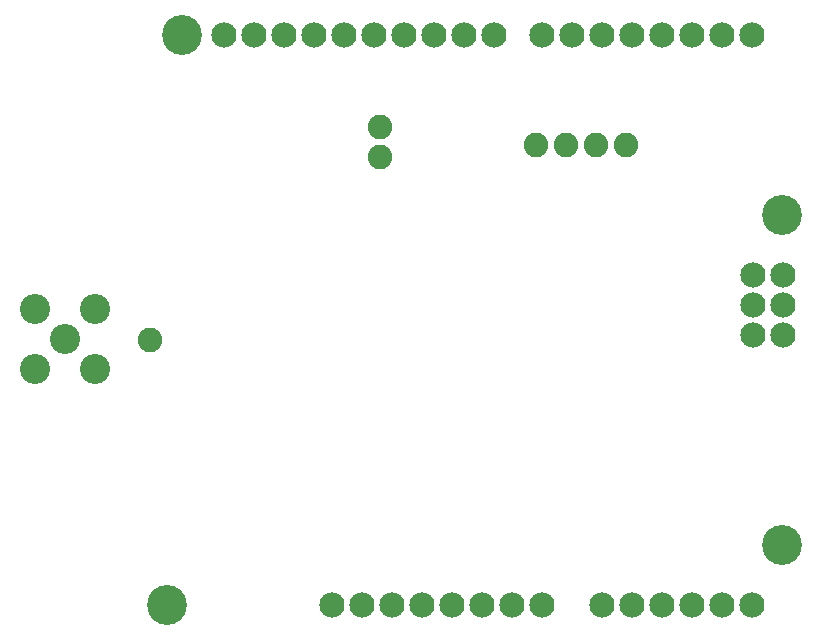
<source format=gbr>
%TF.GenerationSoftware,KiCad,Pcbnew,(5.1.9)-1*%
%TF.CreationDate,2021-01-06T17:38:29+00:00*%
%TF.ProjectId,RFMduino,52464d64-7569-46e6-9f2e-6b696361645f,rev?*%
%TF.SameCoordinates,Original*%
%TF.FileFunction,Soldermask,Bot*%
%TF.FilePolarity,Negative*%
%FSLAX46Y46*%
G04 Gerber Fmt 4.6, Leading zero omitted, Abs format (unit mm)*
G04 Created by KiCad (PCBNEW (5.1.9)-1) date 2021-01-06 17:38:29*
%MOMM*%
%LPD*%
G01*
G04 APERTURE LIST*
%ADD10C,2.082800*%
%ADD11C,2.550000*%
%ADD12C,2.133600*%
%ADD13C,3.378200*%
G04 APERTURE END LIST*
D10*
%TO.C,J1*%
X151500000Y-70000000D03*
X151500000Y-67460000D03*
%TD*%
%TO.C,J2*%
X172310000Y-69000000D03*
X169770000Y-69000000D03*
X167230000Y-69000000D03*
X164690000Y-69000000D03*
%TD*%
%TO.C,J3*%
X132000000Y-85500000D03*
%TD*%
D11*
%TO.C,J4*%
X124810000Y-85455000D03*
X122261000Y-88005000D03*
X127360000Y-88005000D03*
X127360000Y-82905000D03*
X122261000Y-82905000D03*
%TD*%
D12*
%TO.C,B1*%
X155040000Y-107930000D03*
X157580000Y-107930000D03*
X170280000Y-107930000D03*
X172820000Y-107930000D03*
X175360000Y-107930000D03*
X177900000Y-107930000D03*
X180440000Y-107930000D03*
X182980000Y-107930000D03*
X143356000Y-59670000D03*
X182980000Y-59670000D03*
X180440000Y-59670000D03*
X177900000Y-59670000D03*
X175360000Y-59670000D03*
X172820000Y-59670000D03*
X170280000Y-59670000D03*
X167740000Y-59670000D03*
X165200000Y-59670000D03*
X161136000Y-59670000D03*
X158596000Y-59670000D03*
X156056000Y-59670000D03*
X153516000Y-59670000D03*
X150976000Y-59670000D03*
X148436000Y-59670000D03*
X160120000Y-107930000D03*
X162660000Y-107930000D03*
X145896000Y-59670000D03*
X185659700Y-85118260D03*
X149960000Y-107930000D03*
X183119700Y-80040800D03*
X185659700Y-82580800D03*
X147420000Y-107930000D03*
X152500000Y-107930000D03*
X183119700Y-85118260D03*
X183119700Y-82580800D03*
X138276000Y-59670000D03*
X140816000Y-59670000D03*
X185659700Y-80040800D03*
X165200000Y-107930000D03*
D13*
X134720000Y-59670000D03*
X185520000Y-74910000D03*
X185520000Y-102850000D03*
X133450000Y-107930000D03*
%TD*%
M02*

</source>
